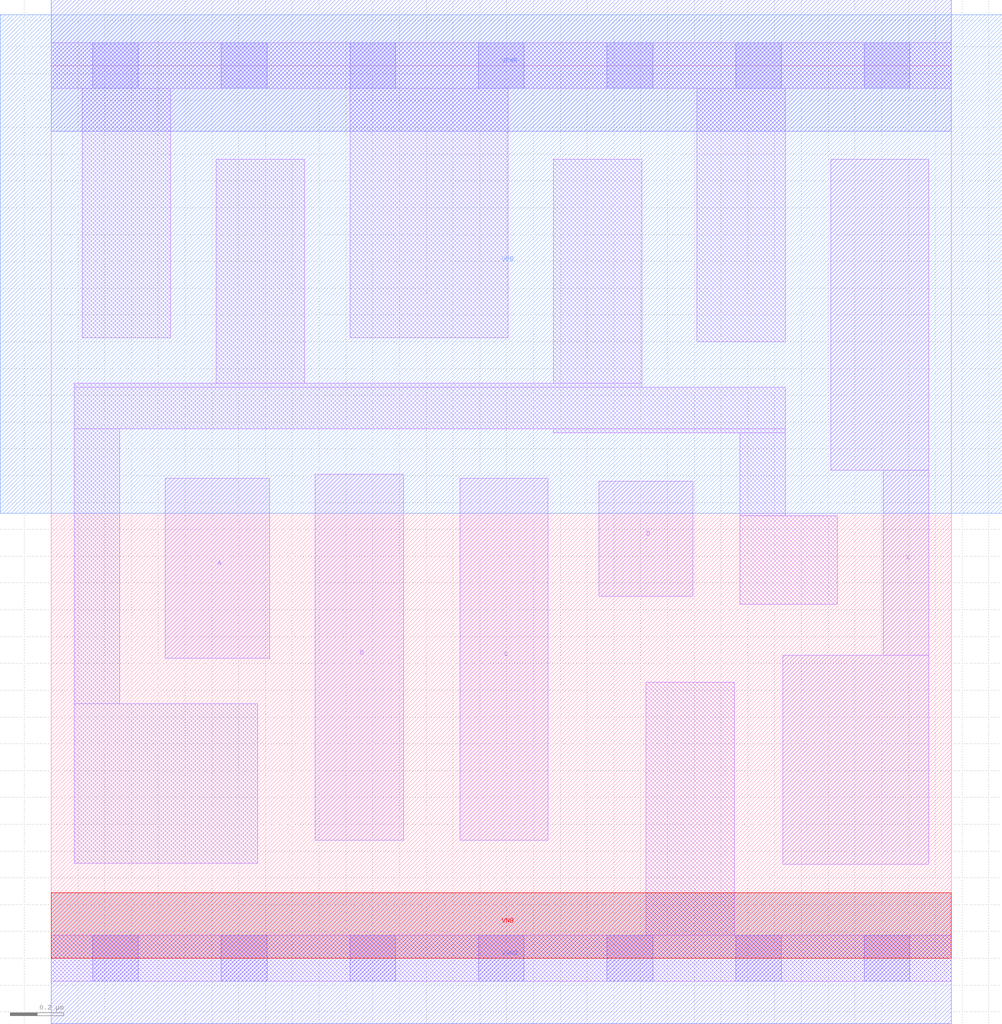
<source format=lef>
# Copyright 2020 The SkyWater PDK Authors
#
# Licensed under the Apache License, Version 2.0 (the "License");
# you may not use this file except in compliance with the License.
# You may obtain a copy of the License at
#
#     https://www.apache.org/licenses/LICENSE-2.0
#
# Unless required by applicable law or agreed to in writing, software
# distributed under the License is distributed on an "AS IS" BASIS,
# WITHOUT WARRANTIES OR CONDITIONS OF ANY KIND, either express or implied.
# See the License for the specific language governing permissions and
# limitations under the License.
#
# SPDX-License-Identifier: Apache-2.0

VERSION 5.7 ;
  NOWIREEXTENSIONATPIN ON ;
  DIVIDERCHAR "/" ;
  BUSBITCHARS "[]" ;
MACRO sky130_fd_sc_ls__and4_1
  CLASS CORE ;
  FOREIGN sky130_fd_sc_ls__and4_1 ;
  ORIGIN  0.000000  0.000000 ;
  SIZE  3.360000 BY  3.330000 ;
  SYMMETRY X Y ;
  SITE unit ;
  PIN A
    ANTENNAGATEAREA  0.222000 ;
    DIRECTION INPUT ;
    USE SIGNAL ;
    PORT
      LAYER li1 ;
        RECT 0.425000 1.120000 0.815000 1.790000 ;
    END
  END A
  PIN B
    ANTENNAGATEAREA  0.222000 ;
    DIRECTION INPUT ;
    USE SIGNAL ;
    PORT
      LAYER li1 ;
        RECT 0.985000 0.440000 1.315000 1.805000 ;
    END
  END B
  PIN C
    ANTENNAGATEAREA  0.222000 ;
    DIRECTION INPUT ;
    USE SIGNAL ;
    PORT
      LAYER li1 ;
        RECT 1.525000 0.440000 1.855000 1.790000 ;
    END
  END C
  PIN D
    ANTENNAGATEAREA  0.222000 ;
    DIRECTION INPUT ;
    USE SIGNAL ;
    PORT
      LAYER li1 ;
        RECT 2.045000 1.350000 2.395000 1.780000 ;
    END
  END D
  PIN VNB
    PORT
      LAYER pwell ;
        RECT 0.000000 0.000000 3.360000 0.245000 ;
    END
  END VNB
  PIN VPB
    PORT
      LAYER nwell ;
        RECT -0.190000 1.660000 3.550000 3.520000 ;
    END
  END VPB
  PIN X
    ANTENNADIFFAREA  0.541300 ;
    DIRECTION OUTPUT ;
    USE SIGNAL ;
    PORT
      LAYER li1 ;
        RECT 2.730000 0.350000 3.275000 1.130000 ;
        RECT 2.910000 1.820000 3.275000 2.980000 ;
        RECT 3.105000 1.130000 3.275000 1.820000 ;
    END
  END X
  PIN VGND
    DIRECTION INOUT ;
    SHAPE ABUTMENT ;
    USE GROUND ;
    PORT
      LAYER met1 ;
        RECT 0.000000 -0.245000 3.360000 0.245000 ;
    END
  END VGND
  PIN VPWR
    DIRECTION INOUT ;
    SHAPE ABUTMENT ;
    USE POWER ;
    PORT
      LAYER met1 ;
        RECT 0.000000 3.085000 3.360000 3.575000 ;
    END
  END VPWR
  OBS
    LAYER li1 ;
      RECT 0.000000 -0.085000 3.360000 0.085000 ;
      RECT 0.000000  3.245000 3.360000 3.415000 ;
      RECT 0.085000  0.355000 0.770000 0.950000 ;
      RECT 0.085000  0.950000 0.255000 1.975000 ;
      RECT 0.085000  1.975000 2.740000 2.130000 ;
      RECT 0.085000  2.130000 2.205000 2.145000 ;
      RECT 0.115000  2.315000 0.445000 3.245000 ;
      RECT 0.615000  2.145000 0.945000 2.980000 ;
      RECT 1.115000  2.315000 1.705000 3.245000 ;
      RECT 1.875000  1.960000 2.740000 1.975000 ;
      RECT 1.875000  2.145000 2.205000 2.980000 ;
      RECT 2.220000  0.085000 2.550000 1.030000 ;
      RECT 2.410000  2.300000 2.740000 3.245000 ;
      RECT 2.570000  1.320000 2.935000 1.650000 ;
      RECT 2.570000  1.650000 2.740000 1.960000 ;
    LAYER mcon ;
      RECT 0.155000 -0.085000 0.325000 0.085000 ;
      RECT 0.155000  3.245000 0.325000 3.415000 ;
      RECT 0.635000 -0.085000 0.805000 0.085000 ;
      RECT 0.635000  3.245000 0.805000 3.415000 ;
      RECT 1.115000 -0.085000 1.285000 0.085000 ;
      RECT 1.115000  3.245000 1.285000 3.415000 ;
      RECT 1.595000 -0.085000 1.765000 0.085000 ;
      RECT 1.595000  3.245000 1.765000 3.415000 ;
      RECT 2.075000 -0.085000 2.245000 0.085000 ;
      RECT 2.075000  3.245000 2.245000 3.415000 ;
      RECT 2.555000 -0.085000 2.725000 0.085000 ;
      RECT 2.555000  3.245000 2.725000 3.415000 ;
      RECT 3.035000 -0.085000 3.205000 0.085000 ;
      RECT 3.035000  3.245000 3.205000 3.415000 ;
  END
END sky130_fd_sc_ls__and4_1
END LIBRARY

</source>
